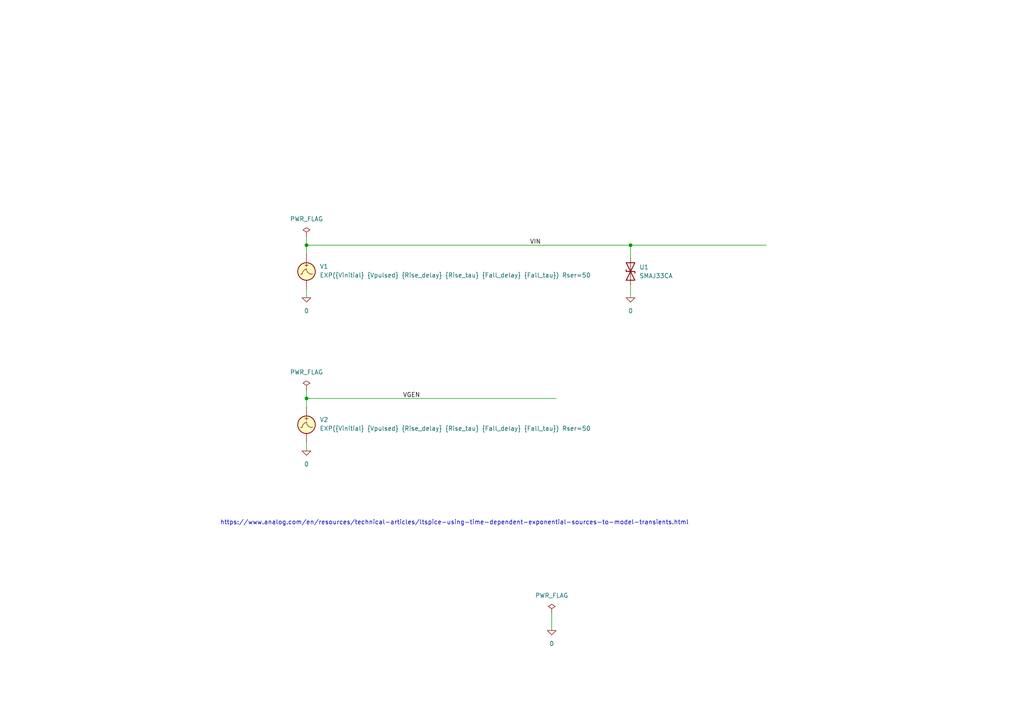
<source format=kicad_sch>
(kicad_sch
	(version 20231120)
	(generator "eeschema")
	(generator_version "8.0")
	(uuid "6a228ad4-8ed6-4033-a566-ff442ef42ebb")
	(paper "A4")
	(title_block
		(title "10us/1000us exponential waveform")
		(date "2024-09-06")
		(rev "2")
		(company "astroelectronic@")
		(comment 1 "-")
		(comment 2 "-")
		(comment 3 "-")
		(comment 4 "AE01013033")
	)
	(lib_symbols
		(symbol "SMAJ33CA:0"
			(power)
			(pin_names
				(offset 0)
			)
			(exclude_from_sim no)
			(in_bom yes)
			(on_board yes)
			(property "Reference" "#GND"
				(at 0 -2.54 0)
				(effects
					(font
						(size 1.27 1.27)
					)
					(hide yes)
				)
			)
			(property "Value" "0"
				(at 0 -1.778 0)
				(effects
					(font
						(size 1.27 1.27)
					)
				)
			)
			(property "Footprint" ""
				(at 0 0 0)
				(effects
					(font
						(size 1.27 1.27)
					)
					(hide yes)
				)
			)
			(property "Datasheet" "~"
				(at 0 0 0)
				(effects
					(font
						(size 1.27 1.27)
					)
					(hide yes)
				)
			)
			(property "Description" "0V reference potential for simulation"
				(at 0 0 0)
				(effects
					(font
						(size 1.27 1.27)
					)
					(hide yes)
				)
			)
			(property "ki_keywords" "simulation"
				(at 0 0 0)
				(effects
					(font
						(size 1.27 1.27)
					)
					(hide yes)
				)
			)
			(symbol "0_0_1"
				(polyline
					(pts
						(xy -1.27 0) (xy 0 -1.27) (xy 1.27 0) (xy -1.27 0)
					)
					(stroke
						(width 0)
						(type default)
					)
					(fill
						(type none)
					)
				)
			)
			(symbol "0_1_1"
				(pin power_in line
					(at 0 0 0)
					(length 0) hide
					(name "0"
						(effects
							(font
								(size 1.016 1.016)
							)
						)
					)
					(number "1"
						(effects
							(font
								(size 1.016 1.016)
							)
						)
					)
				)
			)
		)
		(symbol "SMAJ33CA:D_TVS"
			(pin_numbers hide)
			(pin_names
				(offset 1.016) hide)
			(exclude_from_sim no)
			(in_bom yes)
			(on_board yes)
			(property "Reference" "D"
				(at 0 2.54 0)
				(effects
					(font
						(size 1.27 1.27)
					)
				)
			)
			(property "Value" "D_TVS"
				(at 0 -2.54 0)
				(effects
					(font
						(size 1.27 1.27)
					)
				)
			)
			(property "Footprint" ""
				(at 0 0 0)
				(effects
					(font
						(size 1.27 1.27)
					)
					(hide yes)
				)
			)
			(property "Datasheet" "~"
				(at 0 0 0)
				(effects
					(font
						(size 1.27 1.27)
					)
					(hide yes)
				)
			)
			(property "Description" "Bidirectional transient-voltage-suppression diode"
				(at 0 0 0)
				(effects
					(font
						(size 1.27 1.27)
					)
					(hide yes)
				)
			)
			(property "ki_keywords" "diode TVS thyrector"
				(at 0 0 0)
				(effects
					(font
						(size 1.27 1.27)
					)
					(hide yes)
				)
			)
			(property "ki_fp_filters" "TO-???* *_Diode_* *SingleDiode* D_*"
				(at 0 0 0)
				(effects
					(font
						(size 1.27 1.27)
					)
					(hide yes)
				)
			)
			(symbol "D_TVS_0_1"
				(polyline
					(pts
						(xy 1.27 0) (xy -1.27 0)
					)
					(stroke
						(width 0)
						(type default)
					)
					(fill
						(type none)
					)
				)
				(polyline
					(pts
						(xy 0.508 1.27) (xy 0 1.27) (xy 0 -1.27) (xy -0.508 -1.27)
					)
					(stroke
						(width 0.254)
						(type default)
					)
					(fill
						(type none)
					)
				)
				(polyline
					(pts
						(xy -2.54 1.27) (xy -2.54 -1.27) (xy 2.54 1.27) (xy 2.54 -1.27) (xy -2.54 1.27)
					)
					(stroke
						(width 0.254)
						(type default)
					)
					(fill
						(type none)
					)
				)
			)
			(symbol "D_TVS_1_1"
				(pin passive line
					(at -3.81 0 0)
					(length 2.54)
					(name "A1"
						(effects
							(font
								(size 1.27 1.27)
							)
						)
					)
					(number "1"
						(effects
							(font
								(size 1.27 1.27)
							)
						)
					)
				)
				(pin passive line
					(at 3.81 0 180)
					(length 2.54)
					(name "A2"
						(effects
							(font
								(size 1.27 1.27)
							)
						)
					)
					(number "2"
						(effects
							(font
								(size 1.27 1.27)
							)
						)
					)
				)
			)
		)
		(symbol "SMAJ33CA:PWR_FLAG"
			(power)
			(pin_numbers hide)
			(pin_names
				(offset 0) hide)
			(exclude_from_sim no)
			(in_bom yes)
			(on_board yes)
			(property "Reference" "#FLG"
				(at 0 1.905 0)
				(effects
					(font
						(size 1.27 1.27)
					)
					(hide yes)
				)
			)
			(property "Value" "PWR_FLAG"
				(at 0 3.81 0)
				(effects
					(font
						(size 1.27 1.27)
					)
				)
			)
			(property "Footprint" ""
				(at 0 0 0)
				(effects
					(font
						(size 1.27 1.27)
					)
					(hide yes)
				)
			)
			(property "Datasheet" "~"
				(at 0 0 0)
				(effects
					(font
						(size 1.27 1.27)
					)
					(hide yes)
				)
			)
			(property "Description" "Special symbol for telling ERC where power comes from"
				(at 0 0 0)
				(effects
					(font
						(size 1.27 1.27)
					)
					(hide yes)
				)
			)
			(property "ki_keywords" "flag power"
				(at 0 0 0)
				(effects
					(font
						(size 1.27 1.27)
					)
					(hide yes)
				)
			)
			(symbol "PWR_FLAG_0_0"
				(pin power_out line
					(at 0 0 90)
					(length 0)
					(name "pwr"
						(effects
							(font
								(size 1.27 1.27)
							)
						)
					)
					(number "1"
						(effects
							(font
								(size 1.27 1.27)
							)
						)
					)
				)
			)
			(symbol "PWR_FLAG_0_1"
				(polyline
					(pts
						(xy 0 0) (xy 0 1.27) (xy -1.016 1.905) (xy 0 2.54) (xy 1.016 1.905) (xy 0 1.27)
					)
					(stroke
						(width 0)
						(type default)
					)
					(fill
						(type none)
					)
				)
			)
		)
		(symbol "SMAJ33CA:VEXP"
			(pin_numbers hide)
			(pin_names
				(offset 0.0254)
			)
			(exclude_from_sim no)
			(in_bom yes)
			(on_board yes)
			(property "Reference" "V"
				(at 2.54 2.54 0)
				(effects
					(font
						(size 1.27 1.27)
					)
					(justify left)
				)
			)
			(property "Value" "VEXP"
				(at 2.54 0 0)
				(effects
					(font
						(size 1.27 1.27)
					)
					(justify left)
				)
			)
			(property "Footprint" ""
				(at 0 0 0)
				(effects
					(font
						(size 1.27 1.27)
					)
					(hide yes)
				)
			)
			(property "Datasheet" "~"
				(at 0 0 0)
				(effects
					(font
						(size 1.27 1.27)
					)
					(hide yes)
				)
			)
			(property "Description" "Voltage source, exponential"
				(at 0 0 0)
				(effects
					(font
						(size 1.27 1.27)
					)
					(hide yes)
				)
			)
			(property "Sim.Pins" "1=+ 2=-"
				(at 0 0 0)
				(effects
					(font
						(size 1.27 1.27)
					)
					(hide yes)
				)
			)
			(property "Sim.Type" "EXP"
				(at 0 0 0)
				(effects
					(font
						(size 1.27 1.27)
					)
					(hide yes)
				)
			)
			(property "Sim.Device" "V"
				(at 0 0 0)
				(effects
					(font
						(size 1.27 1.27)
					)
					(justify left)
					(hide yes)
				)
			)
			(property "Sim.Params" "y1=0 y2=1 td1=2n tau1=30n td2=60n tau2=40n"
				(at 2.54 -2.54 0)
				(effects
					(font
						(size 1.27 1.27)
					)
					(justify left)
				)
			)
			(property "Spice_Netlist_Enabled" "Y"
				(at 0 0 0)
				(effects
					(font
						(size 1.27 1.27)
					)
					(justify left)
					(hide yes)
				)
			)
			(property "ki_keywords" "simulation"
				(at 0 0 0)
				(effects
					(font
						(size 1.27 1.27)
					)
					(hide yes)
				)
			)
			(symbol "VEXP_0_0"
				(polyline
					(pts
						(xy -1.27 -0.762) (xy -1.778 -0.762)
					)
					(stroke
						(width 0)
						(type default)
					)
					(fill
						(type none)
					)
				)
				(polyline
					(pts
						(xy 1.27 -0.762) (xy 1.778 -0.762)
					)
					(stroke
						(width 0)
						(type default)
					)
					(fill
						(type none)
					)
				)
				(arc
					(start 0 0.762)
					(mid -0.851 0.1794)
					(end -1.27 -0.762)
					(stroke
						(width 0)
						(type default)
					)
					(fill
						(type none)
					)
				)
				(arc
					(start 0 0.762)
					(mid 0.3591 -0.2299)
					(end 1.27 -0.762)
					(stroke
						(width 0)
						(type default)
					)
					(fill
						(type none)
					)
				)
				(text "+"
					(at 0 1.905 0)
					(effects
						(font
							(size 1.27 1.27)
						)
					)
				)
			)
			(symbol "VEXP_0_1"
				(circle
					(center 0 0)
					(radius 2.54)
					(stroke
						(width 0.254)
						(type default)
					)
					(fill
						(type background)
					)
				)
			)
			(symbol "VEXP_1_1"
				(pin passive line
					(at 0 5.08 270)
					(length 2.54)
					(name "~"
						(effects
							(font
								(size 1.27 1.27)
							)
						)
					)
					(number "1"
						(effects
							(font
								(size 1.27 1.27)
							)
						)
					)
				)
				(pin passive line
					(at 0 -5.08 90)
					(length 2.54)
					(name "~"
						(effects
							(font
								(size 1.27 1.27)
							)
						)
					)
					(number "2"
						(effects
							(font
								(size 1.27 1.27)
							)
						)
					)
				)
			)
		)
	)
	(junction
		(at 88.9 71.12)
		(diameter 0)
		(color 0 0 0 0)
		(uuid "17fbd8ac-a8a8-49fd-8a81-142d8212863a")
	)
	(junction
		(at 88.9 115.57)
		(diameter 0)
		(color 0 0 0 0)
		(uuid "2c5d555a-dd37-411c-b6bd-4303b6d0c08e")
	)
	(junction
		(at 182.88 71.12)
		(diameter 0)
		(color 0 0 0 0)
		(uuid "f2887532-5bc9-4700-90b0-196a2761e3a2")
	)
	(wire
		(pts
			(xy 88.9 128.27) (xy 88.9 130.81)
		)
		(stroke
			(width 0)
			(type default)
		)
		(uuid "12097837-72ca-4a7f-a419-82fa32eed242")
	)
	(wire
		(pts
			(xy 88.9 71.12) (xy 182.88 71.12)
		)
		(stroke
			(width 0)
			(type default)
		)
		(uuid "1684b072-a313-4369-9957-3e7f2dbcfda5")
	)
	(wire
		(pts
			(xy 182.88 71.12) (xy 222.25 71.12)
		)
		(stroke
			(width 0)
			(type default)
		)
		(uuid "1cf594d6-7ed8-4d67-a2b5-111aef639c6e")
	)
	(wire
		(pts
			(xy 88.9 68.58) (xy 88.9 71.12)
		)
		(stroke
			(width 0)
			(type default)
		)
		(uuid "3a9d8ddc-a492-4c09-988e-c477b402e5c1")
	)
	(wire
		(pts
			(xy 88.9 113.03) (xy 88.9 115.57)
		)
		(stroke
			(width 0)
			(type default)
		)
		(uuid "6ac38962-68a5-4629-a3f3-fd92334f0457")
	)
	(wire
		(pts
			(xy 88.9 83.82) (xy 88.9 86.36)
		)
		(stroke
			(width 0)
			(type default)
		)
		(uuid "6cf6a6ab-01e5-433e-9527-99d72adb0113")
	)
	(wire
		(pts
			(xy 182.88 71.12) (xy 182.88 74.93)
		)
		(stroke
			(width 0)
			(type default)
		)
		(uuid "7b2d2b3e-01b7-4c60-88e1-7d8784cbb5d3")
	)
	(wire
		(pts
			(xy 88.9 73.66) (xy 88.9 71.12)
		)
		(stroke
			(width 0)
			(type default)
		)
		(uuid "7cafc7d6-169d-4777-a652-1b99abeeaeb7")
	)
	(wire
		(pts
			(xy 88.9 115.57) (xy 161.29 115.57)
		)
		(stroke
			(width 0)
			(type default)
		)
		(uuid "d5517728-98a2-4d40-aa75-bb2547a4732e")
	)
	(wire
		(pts
			(xy 182.88 82.55) (xy 182.88 86.36)
		)
		(stroke
			(width 0)
			(type default)
		)
		(uuid "d757095f-8078-49a1-9ead-9653db1afa3f")
	)
	(wire
		(pts
			(xy 160.02 177.8) (xy 160.02 182.88)
		)
		(stroke
			(width 0)
			(type default)
		)
		(uuid "e1b9b97b-389c-4656-b1be-8ca4392caa37")
	)
	(wire
		(pts
			(xy 88.9 118.11) (xy 88.9 115.57)
		)
		(stroke
			(width 0)
			(type default)
		)
		(uuid "fae3423b-bfbe-4e49-9d8d-62843c0df915")
	)
	(text "https://www.analog.com/en/resources/technical-articles/ltspice-using-time-dependent-exponential-sources-to-model-transients.html"
		(exclude_from_sim no)
		(at 131.826 151.638 0)
		(effects
			(font
				(size 1.27 1.27)
			)
		)
		(uuid "4206ebfe-a9ef-4889-886c-2d64ca9482c4")
	)
	(label "VIN"
		(at 153.67 71.12 0)
		(fields_autoplaced yes)
		(effects
			(font
				(size 1.27 1.27)
			)
			(justify left bottom)
		)
		(uuid "01ea11b9-22e9-420f-85ee-e71e43503a83")
	)
	(label "VGEN"
		(at 116.84 115.57 0)
		(fields_autoplaced yes)
		(effects
			(font
				(size 1.27 1.27)
			)
			(justify left bottom)
		)
		(uuid "059a5480-3c75-43e5-bb14-0452efa80d89")
	)
	(symbol
		(lib_id "SMAJ33CA:0")
		(at 88.9 130.81 0)
		(unit 1)
		(exclude_from_sim no)
		(in_bom yes)
		(on_board yes)
		(dnp no)
		(fields_autoplaced yes)
		(uuid "0e6e1b1b-07d3-40ec-8dbc-ccede4ac5ff8")
		(property "Reference" "#GND0106"
			(at 88.9 133.35 0)
			(effects
				(font
					(size 1.27 1.27)
				)
				(hide yes)
			)
		)
		(property "Value" "0"
			(at 88.9 134.62 0)
			(effects
				(font
					(size 1.27 1.27)
				)
			)
		)
		(property "Footprint" ""
			(at 88.9 130.81 0)
			(effects
				(font
					(size 1.27 1.27)
				)
				(hide yes)
			)
		)
		(property "Datasheet" "~"
			(at 88.9 130.81 0)
			(effects
				(font
					(size 1.27 1.27)
				)
				(hide yes)
			)
		)
		(property "Description" ""
			(at 88.9 130.81 0)
			(effects
				(font
					(size 1.27 1.27)
				)
				(hide yes)
			)
		)
		(pin "1"
			(uuid "52ecfa26-e1ba-4f36-bc26-f31aee4b309f")
		)
		(instances
			(project ""
				(path "/6a228ad4-8ed6-4033-a566-ff442ef42ebb"
					(reference "#GND0106")
					(unit 1)
				)
			)
		)
	)
	(symbol
		(lib_id "SMAJ33CA:PWR_FLAG")
		(at 160.02 177.8 0)
		(unit 1)
		(exclude_from_sim no)
		(in_bom yes)
		(on_board yes)
		(dnp no)
		(fields_autoplaced yes)
		(uuid "1326b5f9-6720-4b18-acb2-8b2215e37829")
		(property "Reference" "#FLG03"
			(at 160.02 175.895 0)
			(effects
				(font
					(size 1.27 1.27)
				)
				(hide yes)
			)
		)
		(property "Value" "PWR_FLAG"
			(at 160.02 172.72 0)
			(effects
				(font
					(size 1.27 1.27)
				)
			)
		)
		(property "Footprint" ""
			(at 160.02 177.8 0)
			(effects
				(font
					(size 1.27 1.27)
				)
				(hide yes)
			)
		)
		(property "Datasheet" "~"
			(at 160.02 177.8 0)
			(effects
				(font
					(size 1.27 1.27)
				)
				(hide yes)
			)
		)
		(property "Description" ""
			(at 160.02 177.8 0)
			(effects
				(font
					(size 1.27 1.27)
				)
				(hide yes)
			)
		)
		(pin "1"
			(uuid "252f47aa-d222-4ed5-9b15-e2aa3635c1da")
		)
		(instances
			(project ""
				(path "/6a228ad4-8ed6-4033-a566-ff442ef42ebb"
					(reference "#FLG03")
					(unit 1)
				)
			)
		)
	)
	(symbol
		(lib_id "SMAJ33CA:D_TVS")
		(at 182.88 78.74 90)
		(unit 1)
		(exclude_from_sim no)
		(in_bom yes)
		(on_board yes)
		(dnp no)
		(fields_autoplaced yes)
		(uuid "1bde0dba-b454-4e69-9661-65635ee0ac99")
		(property "Reference" "U1"
			(at 185.42 77.4699 90)
			(effects
				(font
					(size 1.27 1.27)
				)
				(justify right)
			)
		)
		(property "Value" "SMAJ33CA"
			(at 185.42 80.0099 90)
			(effects
				(font
					(size 1.27 1.27)
				)
				(justify right)
			)
		)
		(property "Footprint" ""
			(at 182.88 78.74 0)
			(effects
				(font
					(size 1.27 1.27)
				)
				(hide yes)
			)
		)
		(property "Datasheet" "~"
			(at 182.88 78.74 0)
			(effects
				(font
					(size 1.27 1.27)
				)
				(hide yes)
			)
		)
		(property "Description" ""
			(at 182.88 78.74 0)
			(effects
				(font
					(size 1.27 1.27)
				)
				(hide yes)
			)
		)
		(property "Sim.Device" "SUBCKT"
			(at 182.88 78.74 0)
			(effects
				(font
					(size 1.27 1.27)
				)
				(hide yes)
			)
		)
		(property "Sim.Pins" "1=1 2=2"
			(at 0 0 0)
			(effects
				(font
					(size 1.27 1.27)
				)
				(hide yes)
			)
		)
		(property "Sim.Library" "_models\\TVS_Diode_SMAJxxx_CA_SPICE_Model_txt.txt"
			(at 182.88 78.74 0)
			(effects
				(font
					(size 1.27 1.27)
				)
				(hide yes)
			)
		)
		(property "Sim.Name" "SMAJ33CA"
			(at 182.88 78.74 0)
			(effects
				(font
					(size 1.27 1.27)
				)
				(hide yes)
			)
		)
		(pin "1"
			(uuid "aa866151-44b7-47ab-a13d-702fa7322544")
		)
		(pin "2"
			(uuid "ca4c492c-5f96-4635-82da-2ea61c70e9d3")
		)
		(instances
			(project ""
				(path "/6a228ad4-8ed6-4033-a566-ff442ef42ebb"
					(reference "U1")
					(unit 1)
				)
			)
		)
	)
	(symbol
		(lib_id "SMAJ33CA:0")
		(at 160.02 182.88 0)
		(unit 1)
		(exclude_from_sim no)
		(in_bom yes)
		(on_board yes)
		(dnp no)
		(fields_autoplaced yes)
		(uuid "541ae8ae-7314-4c44-bc63-31e793b3b567")
		(property "Reference" "#GND0102"
			(at 160.02 185.42 0)
			(effects
				(font
					(size 1.27 1.27)
				)
				(hide yes)
			)
		)
		(property "Value" "0"
			(at 160.02 186.69 0)
			(effects
				(font
					(size 1.27 1.27)
				)
			)
		)
		(property "Footprint" ""
			(at 160.02 182.88 0)
			(effects
				(font
					(size 1.27 1.27)
				)
				(hide yes)
			)
		)
		(property "Datasheet" "~"
			(at 160.02 182.88 0)
			(effects
				(font
					(size 1.27 1.27)
				)
				(hide yes)
			)
		)
		(property "Description" ""
			(at 160.02 182.88 0)
			(effects
				(font
					(size 1.27 1.27)
				)
				(hide yes)
			)
		)
		(pin "1"
			(uuid "1b7b6e8a-0772-40de-8128-0a5a4294bc28")
		)
		(instances
			(project ""
				(path "/6a228ad4-8ed6-4033-a566-ff442ef42ebb"
					(reference "#GND0102")
					(unit 1)
				)
			)
		)
	)
	(symbol
		(lib_name "SMAJ33CA:VEXP")
		(lib_id "SMAJ33CA:VEXP")
		(at 88.9 78.74 0)
		(unit 1)
		(exclude_from_sim no)
		(in_bom yes)
		(on_board yes)
		(dnp no)
		(fields_autoplaced yes)
		(uuid "75c00868-65b5-415c-852b-a1bcf4cbc529")
		(property "Reference" "V1"
			(at 92.71 77.2801 0)
			(effects
				(font
					(size 1.27 1.27)
				)
				(justify left)
			)
		)
		(property "Value" "EXP({Vinitial} {Vpulsed} {Rise_delay} {Rise_tau} {Fall_delay} {Fall_tau}) Rser=50"
			(at 92.71 79.8201 0)
			(effects
				(font
					(size 1.27 1.27)
				)
				(justify left)
			)
		)
		(property "Footprint" ""
			(at 88.9 78.74 0)
			(effects
				(font
					(size 1.27 1.27)
				)
				(hide yes)
			)
		)
		(property "Datasheet" "~"
			(at 88.9 78.74 0)
			(effects
				(font
					(size 1.27 1.27)
				)
				(hide yes)
			)
		)
		(property "Description" ""
			(at 88.9 78.74 0)
			(effects
				(font
					(size 1.27 1.27)
				)
				(hide yes)
			)
		)
		(pin "1"
			(uuid "48be69a3-ca46-42e4-9595-e7fa76843f6b")
		)
		(pin "2"
			(uuid "d5658dab-70ce-4772-af43-a93af2a1642c")
		)
		(instances
			(project ""
				(path "/6a228ad4-8ed6-4033-a566-ff442ef42ebb"
					(reference "V1")
					(unit 1)
				)
			)
		)
	)
	(symbol
		(lib_id "SMAJ33CA:PWR_FLAG")
		(at 88.9 113.03 0)
		(unit 1)
		(exclude_from_sim no)
		(in_bom yes)
		(on_board yes)
		(dnp no)
		(fields_autoplaced yes)
		(uuid "87ea5fb0-c36b-438e-8e9a-134bc01a236e")
		(property "Reference" "#FLG01"
			(at 88.9 111.125 0)
			(effects
				(font
					(size 1.27 1.27)
				)
				(hide yes)
			)
		)
		(property "Value" "PWR_FLAG"
			(at 88.9 107.95 0)
			(effects
				(font
					(size 1.27 1.27)
				)
			)
		)
		(property "Footprint" ""
			(at 88.9 113.03 0)
			(effects
				(font
					(size 1.27 1.27)
				)
				(hide yes)
			)
		)
		(property "Datasheet" "~"
			(at 88.9 113.03 0)
			(effects
				(font
					(size 1.27 1.27)
				)
				(hide yes)
			)
		)
		(property "Description" ""
			(at 88.9 113.03 0)
			(effects
				(font
					(size 1.27 1.27)
				)
				(hide yes)
			)
		)
		(pin "1"
			(uuid "716e560e-da65-47f3-a8dc-d013a4fdf40b")
		)
		(instances
			(project ""
				(path "/6a228ad4-8ed6-4033-a566-ff442ef42ebb"
					(reference "#FLG01")
					(unit 1)
				)
			)
		)
	)
	(symbol
		(lib_id "SMAJ33CA:0")
		(at 88.9 86.36 0)
		(unit 1)
		(exclude_from_sim no)
		(in_bom yes)
		(on_board yes)
		(dnp no)
		(fields_autoplaced yes)
		(uuid "9434a007-509c-478b-99c8-1e4b6a2fe00e")
		(property "Reference" "#GND0101"
			(at 88.9 88.9 0)
			(effects
				(font
					(size 1.27 1.27)
				)
				(hide yes)
			)
		)
		(property "Value" "0"
			(at 88.9 90.17 0)
			(effects
				(font
					(size 1.27 1.27)
				)
			)
		)
		(property "Footprint" ""
			(at 88.9 86.36 0)
			(effects
				(font
					(size 1.27 1.27)
				)
				(hide yes)
			)
		)
		(property "Datasheet" "~"
			(at 88.9 86.36 0)
			(effects
				(font
					(size 1.27 1.27)
				)
				(hide yes)
			)
		)
		(property "Description" ""
			(at 88.9 86.36 0)
			(effects
				(font
					(size 1.27 1.27)
				)
				(hide yes)
			)
		)
		(pin "1"
			(uuid "9350f4b2-be30-40c6-bcf5-73a716bc873a")
		)
		(instances
			(project ""
				(path "/6a228ad4-8ed6-4033-a566-ff442ef42ebb"
					(reference "#GND0101")
					(unit 1)
				)
			)
		)
	)
	(symbol
		(lib_name "SMAJ33CA:VEXP")
		(lib_id "SMAJ33CA:VEXP")
		(at 88.9 123.19 0)
		(unit 1)
		(exclude_from_sim no)
		(in_bom yes)
		(on_board yes)
		(dnp no)
		(fields_autoplaced yes)
		(uuid "b0cb05d0-399b-43aa-88dc-40d5e7aa29fc")
		(property "Reference" "V2"
			(at 92.71 121.7301 0)
			(effects
				(font
					(size 1.27 1.27)
				)
				(justify left)
			)
		)
		(property "Value" "EXP({Vinitial} {Vpulsed} {Rise_delay} {Rise_tau} {Fall_delay} {Fall_tau}) Rser=50"
			(at 92.71 124.2701 0)
			(effects
				(font
					(size 1.27 1.27)
				)
				(justify left)
			)
		)
		(property "Footprint" ""
			(at 88.9 123.19 0)
			(effects
				(font
					(size 1.27 1.27)
				)
				(hide yes)
			)
		)
		(property "Datasheet" "~"
			(at 88.9 123.19 0)
			(effects
				(font
					(size 1.27 1.27)
				)
				(hide yes)
			)
		)
		(property "Description" ""
			(at 88.9 123.19 0)
			(effects
				(font
					(size 1.27 1.27)
				)
				(hide yes)
			)
		)
		(pin "1"
			(uuid "4be9e566-2f88-4a93-9a71-5ed8ced960bf")
		)
		(pin "2"
			(uuid "f3c9aa21-3314-4529-b1b1-9cb6cdd0ff62")
		)
		(instances
			(project ""
				(path "/6a228ad4-8ed6-4033-a566-ff442ef42ebb"
					(reference "V2")
					(unit 1)
				)
			)
		)
	)
	(symbol
		(lib_id "SMAJ33CA:PWR_FLAG")
		(at 88.9 68.58 0)
		(unit 1)
		(exclude_from_sim no)
		(in_bom yes)
		(on_board yes)
		(dnp no)
		(fields_autoplaced yes)
		(uuid "bcad44c4-0eec-4c28-a957-eb40a52d855d")
		(property "Reference" "#FLG02"
			(at 88.9 66.675 0)
			(effects
				(font
					(size 1.27 1.27)
				)
				(hide yes)
			)
		)
		(property "Value" "PWR_FLAG"
			(at 88.9 63.5 0)
			(effects
				(font
					(size 1.27 1.27)
				)
			)
		)
		(property "Footprint" ""
			(at 88.9 68.58 0)
			(effects
				(font
					(size 1.27 1.27)
				)
				(hide yes)
			)
		)
		(property "Datasheet" "~"
			(at 88.9 68.58 0)
			(effects
				(font
					(size 1.27 1.27)
				)
				(hide yes)
			)
		)
		(property "Description" ""
			(at 88.9 68.58 0)
			(effects
				(font
					(size 1.27 1.27)
				)
				(hide yes)
			)
		)
		(pin "1"
			(uuid "839e3324-9db7-4ad6-8611-3b60f20b40bb")
		)
		(instances
			(project ""
				(path "/6a228ad4-8ed6-4033-a566-ff442ef42ebb"
					(reference "#FLG02")
					(unit 1)
				)
			)
		)
	)
	(symbol
		(lib_id "SMAJ33CA:0")
		(at 182.88 86.36 0)
		(unit 1)
		(exclude_from_sim no)
		(in_bom yes)
		(on_board yes)
		(dnp no)
		(fields_autoplaced yes)
		(uuid "d043a265-93f9-4540-becd-0985d59e3997")
		(property "Reference" "#GND0104"
			(at 182.88 88.9 0)
			(effects
				(font
					(size 1.27 1.27)
				)
				(hide yes)
			)
		)
		(property "Value" "0"
			(at 182.88 90.17 0)
			(effects
				(font
					(size 1.27 1.27)
				)
			)
		)
		(property "Footprint" ""
			(at 182.88 86.36 0)
			(effects
				(font
					(size 1.27 1.27)
				)
				(hide yes)
			)
		)
		(property "Datasheet" "~"
			(at 182.88 86.36 0)
			(effects
				(font
					(size 1.27 1.27)
				)
				(hide yes)
			)
		)
		(property "Description" ""
			(at 182.88 86.36 0)
			(effects
				(font
					(size 1.27 1.27)
				)
				(hide yes)
			)
		)
		(pin "1"
			(uuid "225478af-8b03-4e81-9415-28ad04f46201")
		)
		(instances
			(project ""
				(path "/6a228ad4-8ed6-4033-a566-ff442ef42ebb"
					(reference "#GND0104")
					(unit 1)
				)
			)
		)
	)
	(sheet_instances
		(path "/"
			(page "1")
		)
	)
)

</source>
